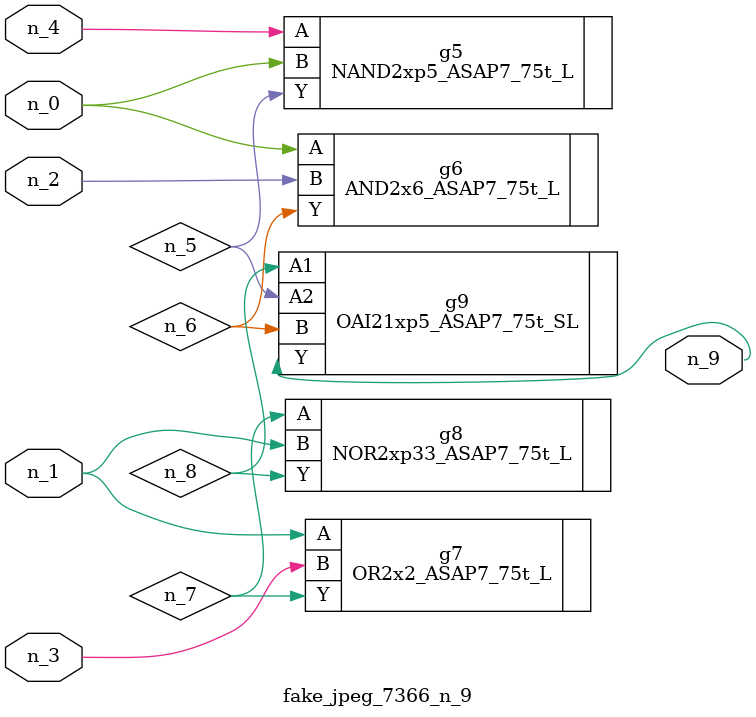
<source format=v>
module fake_jpeg_7366_n_9 (n_3, n_2, n_1, n_0, n_4, n_9);

input n_3;
input n_2;
input n_1;
input n_0;
input n_4;

output n_9;

wire n_8;
wire n_6;
wire n_5;
wire n_7;

NAND2xp5_ASAP7_75t_L g5 ( 
.A(n_4),
.B(n_0),
.Y(n_5)
);

AND2x6_ASAP7_75t_L g6 ( 
.A(n_0),
.B(n_2),
.Y(n_6)
);

OR2x2_ASAP7_75t_L g7 ( 
.A(n_1),
.B(n_3),
.Y(n_7)
);

NOR2xp33_ASAP7_75t_L g8 ( 
.A(n_7),
.B(n_1),
.Y(n_8)
);

OAI21xp5_ASAP7_75t_SL g9 ( 
.A1(n_8),
.A2(n_5),
.B(n_6),
.Y(n_9)
);


endmodule
</source>
